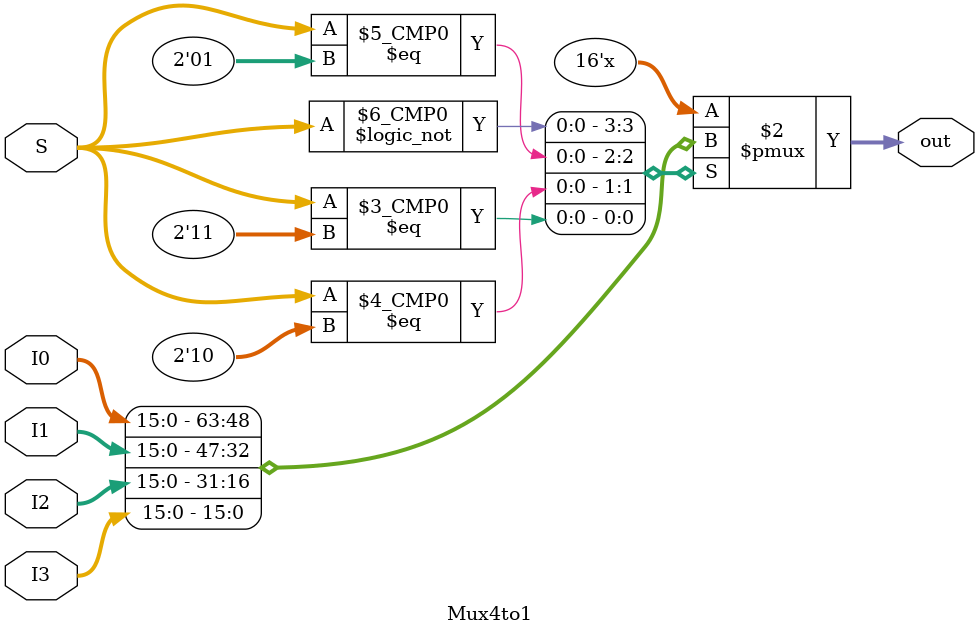
<source format=v>

module Mux4to1 ( I0, I1, I2, I3, S, out);

	parameter bit_size = 16;

	input [bit_size-1:0] I0;
	input [bit_size-1:0] I1;
	input [bit_size-1:0] I2;
	input [bit_size-1:0] I3;
	input [1:0] S;

	output [bit_size-1:0] out;
	reg [bit_size-1:0] out;
	
	always@ (*) begin
	  	out = 0;
		case (S)
			0 : out[bit_size-1:0] = I0[bit_size-1:0];
			1 : out[bit_size-1:0] = I1[bit_size-1:0];
			2 : out[bit_size-1:0] = I2[bit_size-1:0];
			3 : out[bit_size-1:0] = I3[bit_size-1:0];    
		endcase
		
	end
	
endmodule


</source>
